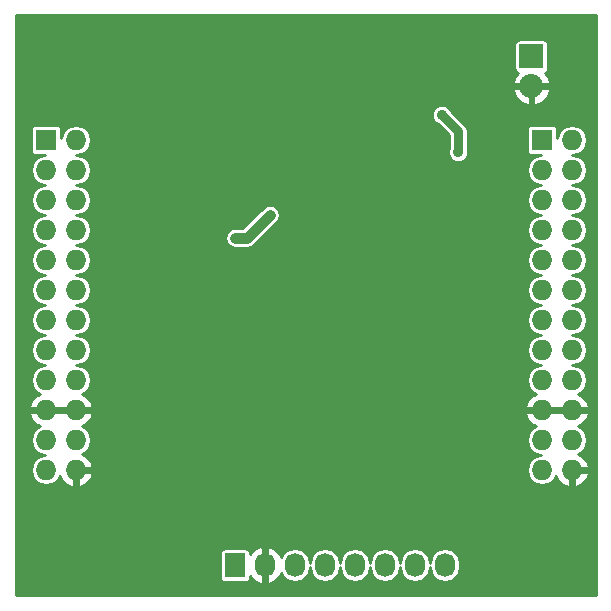
<source format=gbl>
G04 #@! TF.FileFunction,Copper,L2,Bot,Signal*
%FSLAX46Y46*%
G04 Gerber Fmt 4.6, Leading zero omitted, Abs format (unit mm)*
G04 Created by KiCad (PCBNEW (2015-01-16 BZR 5376)-product) date 23/07/2015 11:54:15*
%MOMM*%
G01*
G04 APERTURE LIST*
%ADD10C,0.100000*%
%ADD11R,2.032000X2.032000*%
%ADD12O,2.032000X2.032000*%
%ADD13R,1.727200X1.727200*%
%ADD14O,1.727200X1.727200*%
%ADD15R,1.727200X2.032000*%
%ADD16O,1.727200X2.032000*%
%ADD17C,0.889000*%
%ADD18C,0.635000*%
%ADD19C,6.000000*%
%ADD20C,0.762000*%
%ADD21C,0.180000*%
%ADD22C,0.508000*%
%ADD23C,0.381000*%
%ADD24C,0.889000*%
%ADD25C,0.220000*%
G04 APERTURE END LIST*
D10*
D11*
X144110000Y-83905000D03*
D12*
X144110000Y-86445000D03*
D13*
X103000000Y-91000000D03*
D14*
X105540000Y-91000000D03*
X103000000Y-93540000D03*
X105540000Y-93540000D03*
X103000000Y-96080000D03*
X105540000Y-96080000D03*
X103000000Y-98620000D03*
X105540000Y-98620000D03*
X103000000Y-101160000D03*
X105540000Y-101160000D03*
X103000000Y-103700000D03*
X105540000Y-103700000D03*
X103000000Y-106240000D03*
X105540000Y-106240000D03*
X103000000Y-108780000D03*
X105540000Y-108780000D03*
X103000000Y-111320000D03*
X105540000Y-111320000D03*
X103000000Y-113860000D03*
X105540000Y-113860000D03*
X103000000Y-116400000D03*
X105540000Y-116400000D03*
X103000000Y-118940000D03*
X105540000Y-118940000D03*
D13*
X145000000Y-91000000D03*
D14*
X147540000Y-91000000D03*
X145000000Y-93540000D03*
X147540000Y-93540000D03*
X145000000Y-96080000D03*
X147540000Y-96080000D03*
X145000000Y-98620000D03*
X147540000Y-98620000D03*
X145000000Y-101160000D03*
X147540000Y-101160000D03*
X145000000Y-103700000D03*
X147540000Y-103700000D03*
X145000000Y-106240000D03*
X147540000Y-106240000D03*
X145000000Y-108780000D03*
X147540000Y-108780000D03*
X145000000Y-111320000D03*
X147540000Y-111320000D03*
X145000000Y-113860000D03*
X147540000Y-113860000D03*
X145000000Y-116400000D03*
X147540000Y-116400000D03*
X145000000Y-118940000D03*
X147540000Y-118940000D03*
D15*
X119000000Y-127000000D03*
D16*
X121540000Y-127000000D03*
X124080000Y-127000000D03*
X126620000Y-127000000D03*
X129160000Y-127000000D03*
X131700000Y-127000000D03*
X134240000Y-127000000D03*
X136780000Y-127000000D03*
D17*
X136510000Y-88880000D03*
X137910000Y-92030000D03*
D18*
X125550000Y-123250000D03*
X120600000Y-84300000D03*
X125050000Y-88200000D03*
D19*
X104000000Y-126000000D03*
X104000000Y-84000000D03*
D17*
X114635000Y-87905000D03*
X116385000Y-99905000D03*
X132110000Y-105730000D03*
X135185000Y-98605000D03*
X137910000Y-94905000D03*
X131710000Y-92505000D03*
D18*
X126000000Y-97000000D03*
X135000000Y-96500000D03*
X119050000Y-99280000D03*
X121950000Y-97330000D03*
D20*
X137910000Y-90280000D02*
X137910000Y-92030000D01*
X136510000Y-88880000D02*
X137910000Y-90280000D01*
D21*
X125550000Y-123250000D02*
X132110000Y-116690000D01*
X132110000Y-116690000D02*
X132110000Y-105730000D01*
X120600000Y-84300000D02*
X124500000Y-88200000D01*
X125050000Y-88200000D02*
X126000000Y-89150000D01*
X126000000Y-89150000D02*
X126000000Y-97000000D01*
X125050000Y-88200000D02*
X124500000Y-88200000D01*
X104000000Y-126000000D02*
X104000000Y-125500000D01*
X104000000Y-84000000D02*
X107905000Y-87905000D01*
X107905000Y-87905000D02*
X114635000Y-87905000D01*
D22*
X132110000Y-105730000D02*
X132010000Y-105630000D01*
X132010000Y-105630000D02*
X132010000Y-105605000D01*
X135185000Y-98605000D02*
X135060000Y-98480000D01*
X135060000Y-98480000D02*
X135060000Y-98280000D01*
X137935000Y-95130000D02*
X137935000Y-95030000D01*
X137910000Y-95155000D02*
X137935000Y-95130000D01*
X137910000Y-94905000D02*
X137910000Y-95155000D01*
D23*
X131710000Y-92505000D02*
X131685000Y-92480000D01*
X131685000Y-92480000D02*
X131685000Y-92405000D01*
D21*
X131710000Y-92505000D02*
X130495000Y-92505000D01*
X130495000Y-92505000D02*
X126000000Y-97000000D01*
X134500000Y-97000000D02*
X126000000Y-97000000D01*
X135000000Y-96500000D02*
X134500000Y-97000000D01*
D24*
X120000000Y-99280000D02*
X119050000Y-99280000D01*
X121950000Y-97330000D02*
X120000000Y-99280000D01*
D25*
G36*
X149540000Y-129540000D02*
X148973905Y-129540000D01*
X148973905Y-119312903D01*
X148973905Y-118567097D01*
X148817615Y-118189752D01*
X148433255Y-117757939D01*
X148055012Y-117574865D01*
X148465522Y-117300571D01*
X148741604Y-116887386D01*
X148838551Y-116400000D01*
X148741604Y-115912614D01*
X148465522Y-115499429D01*
X148055012Y-115225134D01*
X148433255Y-115042061D01*
X148817615Y-114610248D01*
X148973905Y-114232903D01*
X148973905Y-113487097D01*
X148817615Y-113109752D01*
X148433255Y-112677939D01*
X148055012Y-112494865D01*
X148465522Y-112220571D01*
X148741604Y-111807386D01*
X148838551Y-111320000D01*
X148741604Y-110832614D01*
X148465522Y-110419429D01*
X148052337Y-110143347D01*
X147583049Y-110050000D01*
X148052337Y-109956653D01*
X148465522Y-109680571D01*
X148741604Y-109267386D01*
X148838551Y-108780000D01*
X148741604Y-108292614D01*
X148465522Y-107879429D01*
X148052337Y-107603347D01*
X147583049Y-107510000D01*
X148052337Y-107416653D01*
X148465522Y-107140571D01*
X148741604Y-106727386D01*
X148838551Y-106240000D01*
X148741604Y-105752614D01*
X148465522Y-105339429D01*
X148052337Y-105063347D01*
X147583049Y-104970000D01*
X148052337Y-104876653D01*
X148465522Y-104600571D01*
X148741604Y-104187386D01*
X148838551Y-103700000D01*
X148741604Y-103212614D01*
X148465522Y-102799429D01*
X148052337Y-102523347D01*
X147583049Y-102430000D01*
X148052337Y-102336653D01*
X148465522Y-102060571D01*
X148741604Y-101647386D01*
X148838551Y-101160000D01*
X148741604Y-100672614D01*
X148465522Y-100259429D01*
X148052337Y-99983347D01*
X147583049Y-99890000D01*
X148052337Y-99796653D01*
X148465522Y-99520571D01*
X148741604Y-99107386D01*
X148838551Y-98620000D01*
X148741604Y-98132614D01*
X148465522Y-97719429D01*
X148052337Y-97443347D01*
X147583049Y-97350000D01*
X148052337Y-97256653D01*
X148465522Y-96980571D01*
X148741604Y-96567386D01*
X148838551Y-96080000D01*
X148741604Y-95592614D01*
X148465522Y-95179429D01*
X148052337Y-94903347D01*
X147583049Y-94810000D01*
X148052337Y-94716653D01*
X148465522Y-94440571D01*
X148741604Y-94027386D01*
X148838551Y-93540000D01*
X148741604Y-93052614D01*
X148465522Y-92639429D01*
X148052337Y-92363347D01*
X147583049Y-92270000D01*
X148052337Y-92176653D01*
X148465522Y-91900571D01*
X148741604Y-91487386D01*
X148838551Y-91000000D01*
X148741604Y-90512614D01*
X148465522Y-90099429D01*
X148052337Y-89823347D01*
X147564951Y-89726400D01*
X147515049Y-89726400D01*
X147027663Y-89823347D01*
X146614478Y-90099429D01*
X146338396Y-90512614D01*
X146281632Y-90797986D01*
X146281632Y-90136400D01*
X146251300Y-89980068D01*
X146161043Y-89842667D01*
X146024785Y-89750692D01*
X145863600Y-89718368D01*
X145695076Y-89718368D01*
X145695076Y-86841846D01*
X145695076Y-86048154D01*
X145511439Y-85604789D01*
X145248897Y-85315187D01*
X145282332Y-85308700D01*
X145419733Y-85218443D01*
X145511708Y-85082185D01*
X145544032Y-84921000D01*
X145544032Y-82889000D01*
X145513700Y-82732668D01*
X145423443Y-82595267D01*
X145287185Y-82503292D01*
X145126000Y-82470968D01*
X143094000Y-82470968D01*
X142937668Y-82501300D01*
X142800267Y-82591557D01*
X142708292Y-82727815D01*
X142675968Y-82889000D01*
X142675968Y-84921000D01*
X142706300Y-85077332D01*
X142796557Y-85214733D01*
X142932815Y-85306708D01*
X142971716Y-85314509D01*
X142708561Y-85604789D01*
X142524924Y-86048154D01*
X142637524Y-86301000D01*
X143966000Y-86301000D01*
X143966000Y-86281000D01*
X144254000Y-86281000D01*
X144254000Y-86301000D01*
X145582476Y-86301000D01*
X145695076Y-86048154D01*
X145695076Y-86841846D01*
X145582476Y-86589000D01*
X144254000Y-86589000D01*
X144254000Y-87918152D01*
X144506848Y-88030086D01*
X145083226Y-87757561D01*
X145511439Y-87285211D01*
X145695076Y-86841846D01*
X145695076Y-89718368D01*
X144136400Y-89718368D01*
X143980068Y-89748700D01*
X143966000Y-89757941D01*
X143966000Y-87918152D01*
X143966000Y-86589000D01*
X142637524Y-86589000D01*
X142524924Y-86841846D01*
X142708561Y-87285211D01*
X143136774Y-87757561D01*
X143713152Y-88030086D01*
X143966000Y-87918152D01*
X143966000Y-89757941D01*
X143842667Y-89838957D01*
X143750692Y-89975215D01*
X143718368Y-90136400D01*
X143718368Y-91863600D01*
X143748700Y-92019932D01*
X143838957Y-92157333D01*
X143975215Y-92249308D01*
X144136400Y-92281632D01*
X144898472Y-92281632D01*
X144487663Y-92363347D01*
X144074478Y-92639429D01*
X143798396Y-93052614D01*
X143701449Y-93540000D01*
X143798396Y-94027386D01*
X144074478Y-94440571D01*
X144487663Y-94716653D01*
X144956950Y-94810000D01*
X144487663Y-94903347D01*
X144074478Y-95179429D01*
X143798396Y-95592614D01*
X143701449Y-96080000D01*
X143798396Y-96567386D01*
X144074478Y-96980571D01*
X144487663Y-97256653D01*
X144956950Y-97350000D01*
X144487663Y-97443347D01*
X144074478Y-97719429D01*
X143798396Y-98132614D01*
X143701449Y-98620000D01*
X143798396Y-99107386D01*
X144074478Y-99520571D01*
X144487663Y-99796653D01*
X144956950Y-99890000D01*
X144487663Y-99983347D01*
X144074478Y-100259429D01*
X143798396Y-100672614D01*
X143701449Y-101160000D01*
X143798396Y-101647386D01*
X144074478Y-102060571D01*
X144487663Y-102336653D01*
X144956950Y-102430000D01*
X144487663Y-102523347D01*
X144074478Y-102799429D01*
X143798396Y-103212614D01*
X143701449Y-103700000D01*
X143798396Y-104187386D01*
X144074478Y-104600571D01*
X144487663Y-104876653D01*
X144956950Y-104970000D01*
X144487663Y-105063347D01*
X144074478Y-105339429D01*
X143798396Y-105752614D01*
X143701449Y-106240000D01*
X143798396Y-106727386D01*
X144074478Y-107140571D01*
X144487663Y-107416653D01*
X144956950Y-107510000D01*
X144487663Y-107603347D01*
X144074478Y-107879429D01*
X143798396Y-108292614D01*
X143701449Y-108780000D01*
X143798396Y-109267386D01*
X144074478Y-109680571D01*
X144487663Y-109956653D01*
X144956950Y-110050000D01*
X144487663Y-110143347D01*
X144074478Y-110419429D01*
X143798396Y-110832614D01*
X143701449Y-111320000D01*
X143798396Y-111807386D01*
X144074478Y-112220571D01*
X144484987Y-112494865D01*
X144106745Y-112677939D01*
X143722385Y-113109752D01*
X143566095Y-113487097D01*
X143680736Y-113716000D01*
X144856000Y-113716000D01*
X144856000Y-113696000D01*
X145144000Y-113696000D01*
X145144000Y-113716000D01*
X146220736Y-113716000D01*
X146319264Y-113716000D01*
X147396000Y-113716000D01*
X147396000Y-113696000D01*
X147684000Y-113696000D01*
X147684000Y-113716000D01*
X148859264Y-113716000D01*
X148973905Y-113487097D01*
X148973905Y-114232903D01*
X148859264Y-114004000D01*
X147684000Y-114004000D01*
X147684000Y-114024000D01*
X147396000Y-114024000D01*
X147396000Y-114004000D01*
X146319264Y-114004000D01*
X146220736Y-114004000D01*
X145144000Y-114004000D01*
X145144000Y-114024000D01*
X144856000Y-114024000D01*
X144856000Y-114004000D01*
X143680736Y-114004000D01*
X143566095Y-114232903D01*
X143722385Y-114610248D01*
X144106745Y-115042061D01*
X144484987Y-115225134D01*
X144074478Y-115499429D01*
X143798396Y-115912614D01*
X143701449Y-116400000D01*
X143798396Y-116887386D01*
X144074478Y-117300571D01*
X144487663Y-117576653D01*
X144956950Y-117670000D01*
X144487663Y-117763347D01*
X144074478Y-118039429D01*
X143798396Y-118452614D01*
X143701449Y-118940000D01*
X143798396Y-119427386D01*
X144074478Y-119840571D01*
X144487663Y-120116653D01*
X144975049Y-120213600D01*
X145024951Y-120213600D01*
X145512337Y-120116653D01*
X145925522Y-119840571D01*
X146171915Y-119471818D01*
X146262385Y-119690248D01*
X146646745Y-120122061D01*
X147167095Y-120373916D01*
X147396000Y-120260097D01*
X147396000Y-119084000D01*
X147376000Y-119084000D01*
X147376000Y-118796000D01*
X147396000Y-118796000D01*
X147396000Y-118776000D01*
X147684000Y-118776000D01*
X147684000Y-118796000D01*
X148859264Y-118796000D01*
X148973905Y-118567097D01*
X148973905Y-119312903D01*
X148859264Y-119084000D01*
X147684000Y-119084000D01*
X147684000Y-120260097D01*
X147912905Y-120373916D01*
X148433255Y-120122061D01*
X148817615Y-119690248D01*
X148973905Y-119312903D01*
X148973905Y-129540000D01*
X138764648Y-129540000D01*
X138764648Y-91860775D01*
X138701000Y-91706734D01*
X138701000Y-90280000D01*
X138640789Y-89977297D01*
X138469321Y-89720679D01*
X137297918Y-88549276D01*
X137234833Y-88396597D01*
X136994668Y-88156012D01*
X136680716Y-88025648D01*
X136340775Y-88025352D01*
X136026597Y-88155167D01*
X135786012Y-88395332D01*
X135655648Y-88709284D01*
X135655352Y-89049225D01*
X135785167Y-89363403D01*
X136025332Y-89603988D01*
X136179264Y-89667906D01*
X137119000Y-90607642D01*
X137119000Y-91706715D01*
X137055648Y-91859284D01*
X137055352Y-92199225D01*
X137185167Y-92513403D01*
X137425332Y-92753988D01*
X137739284Y-92884352D01*
X138079225Y-92884648D01*
X138393403Y-92754833D01*
X138633988Y-92514668D01*
X138764352Y-92200716D01*
X138764648Y-91860775D01*
X138764648Y-129540000D01*
X138053600Y-129540000D01*
X138053600Y-127180337D01*
X138053600Y-126819663D01*
X137956653Y-126332277D01*
X137680571Y-125919092D01*
X137267386Y-125643010D01*
X136780000Y-125546063D01*
X136292614Y-125643010D01*
X135879429Y-125919092D01*
X135603347Y-126332277D01*
X135510000Y-126801564D01*
X135416653Y-126332277D01*
X135140571Y-125919092D01*
X134727386Y-125643010D01*
X134240000Y-125546063D01*
X133752614Y-125643010D01*
X133339429Y-125919092D01*
X133063347Y-126332277D01*
X132970000Y-126801564D01*
X132876653Y-126332277D01*
X132600571Y-125919092D01*
X132187386Y-125643010D01*
X131700000Y-125546063D01*
X131212614Y-125643010D01*
X130799429Y-125919092D01*
X130523347Y-126332277D01*
X130430000Y-126801564D01*
X130336653Y-126332277D01*
X130060571Y-125919092D01*
X129647386Y-125643010D01*
X129160000Y-125546063D01*
X128672614Y-125643010D01*
X128259429Y-125919092D01*
X127983347Y-126332277D01*
X127890000Y-126801564D01*
X127796653Y-126332277D01*
X127520571Y-125919092D01*
X127107386Y-125643010D01*
X126620000Y-125546063D01*
X126132614Y-125643010D01*
X125719429Y-125919092D01*
X125443347Y-126332277D01*
X125350000Y-126801564D01*
X125256653Y-126332277D01*
X124980571Y-125919092D01*
X124567386Y-125643010D01*
X124080000Y-125546063D01*
X123592614Y-125643010D01*
X123179429Y-125919092D01*
X122903347Y-126332277D01*
X122901915Y-126339473D01*
X122808008Y-126080415D01*
X122804500Y-126076576D01*
X122804500Y-97330000D01*
X122739455Y-97002997D01*
X122554222Y-96725778D01*
X122277003Y-96540545D01*
X121950000Y-96475500D01*
X121622997Y-96540545D01*
X121345777Y-96725778D01*
X119646054Y-98425500D01*
X119050000Y-98425500D01*
X118722997Y-98490545D01*
X118445777Y-98675777D01*
X118260545Y-98952997D01*
X118195500Y-99280000D01*
X118260545Y-99607003D01*
X118445777Y-99884223D01*
X118722997Y-100069455D01*
X119050000Y-100134500D01*
X120000000Y-100134500D01*
X120327003Y-100069455D01*
X120604223Y-99884223D01*
X122554222Y-97934223D01*
X122739455Y-97657003D01*
X122804500Y-97330000D01*
X122804500Y-126076576D01*
X122417898Y-125653568D01*
X121912903Y-125413695D01*
X121684000Y-125528336D01*
X121684000Y-126856000D01*
X121704000Y-126856000D01*
X121704000Y-127144000D01*
X121684000Y-127144000D01*
X121684000Y-128471664D01*
X121912903Y-128586305D01*
X122417898Y-128346432D01*
X122808008Y-127919585D01*
X122901915Y-127660526D01*
X122903347Y-127667723D01*
X123179429Y-128080908D01*
X123592614Y-128356990D01*
X124080000Y-128453937D01*
X124567386Y-128356990D01*
X124980571Y-128080908D01*
X125256653Y-127667723D01*
X125350000Y-127198435D01*
X125443347Y-127667723D01*
X125719429Y-128080908D01*
X126132614Y-128356990D01*
X126620000Y-128453937D01*
X127107386Y-128356990D01*
X127520571Y-128080908D01*
X127796653Y-127667723D01*
X127890000Y-127198435D01*
X127983347Y-127667723D01*
X128259429Y-128080908D01*
X128672614Y-128356990D01*
X129160000Y-128453937D01*
X129647386Y-128356990D01*
X130060571Y-128080908D01*
X130336653Y-127667723D01*
X130430000Y-127198435D01*
X130523347Y-127667723D01*
X130799429Y-128080908D01*
X131212614Y-128356990D01*
X131700000Y-128453937D01*
X132187386Y-128356990D01*
X132600571Y-128080908D01*
X132876653Y-127667723D01*
X132970000Y-127198435D01*
X133063347Y-127667723D01*
X133339429Y-128080908D01*
X133752614Y-128356990D01*
X134240000Y-128453937D01*
X134727386Y-128356990D01*
X135140571Y-128080908D01*
X135416653Y-127667723D01*
X135510000Y-127198435D01*
X135603347Y-127667723D01*
X135879429Y-128080908D01*
X136292614Y-128356990D01*
X136780000Y-128453937D01*
X137267386Y-128356990D01*
X137680571Y-128080908D01*
X137956653Y-127667723D01*
X138053600Y-127180337D01*
X138053600Y-129540000D01*
X121396000Y-129540000D01*
X121396000Y-128471664D01*
X121396000Y-127144000D01*
X121376000Y-127144000D01*
X121376000Y-126856000D01*
X121396000Y-126856000D01*
X121396000Y-125528336D01*
X121167097Y-125413695D01*
X120662102Y-125653568D01*
X120281632Y-126069867D01*
X120281632Y-125984000D01*
X120251300Y-125827668D01*
X120161043Y-125690267D01*
X120024785Y-125598292D01*
X119863600Y-125565968D01*
X118136400Y-125565968D01*
X117980068Y-125596300D01*
X117842667Y-125686557D01*
X117750692Y-125822815D01*
X117718368Y-125984000D01*
X117718368Y-128016000D01*
X117748700Y-128172332D01*
X117838957Y-128309733D01*
X117975215Y-128401708D01*
X118136400Y-128434032D01*
X119863600Y-128434032D01*
X120019932Y-128403700D01*
X120157333Y-128313443D01*
X120249308Y-128177185D01*
X120281632Y-128016000D01*
X120281632Y-127930132D01*
X120662102Y-128346432D01*
X121167097Y-128586305D01*
X121396000Y-128471664D01*
X121396000Y-129540000D01*
X106973905Y-129540000D01*
X106973905Y-119312903D01*
X106973905Y-118567097D01*
X106817615Y-118189752D01*
X106433255Y-117757939D01*
X106055012Y-117574865D01*
X106465522Y-117300571D01*
X106741604Y-116887386D01*
X106838551Y-116400000D01*
X106741604Y-115912614D01*
X106465522Y-115499429D01*
X106055012Y-115225134D01*
X106433255Y-115042061D01*
X106817615Y-114610248D01*
X106973905Y-114232903D01*
X106973905Y-113487097D01*
X106817615Y-113109752D01*
X106433255Y-112677939D01*
X106055012Y-112494865D01*
X106465522Y-112220571D01*
X106741604Y-111807386D01*
X106838551Y-111320000D01*
X106741604Y-110832614D01*
X106465522Y-110419429D01*
X106052337Y-110143347D01*
X105583049Y-110050000D01*
X106052337Y-109956653D01*
X106465522Y-109680571D01*
X106741604Y-109267386D01*
X106838551Y-108780000D01*
X106741604Y-108292614D01*
X106465522Y-107879429D01*
X106052337Y-107603347D01*
X105583049Y-107510000D01*
X106052337Y-107416653D01*
X106465522Y-107140571D01*
X106741604Y-106727386D01*
X106838551Y-106240000D01*
X106741604Y-105752614D01*
X106465522Y-105339429D01*
X106052337Y-105063347D01*
X105583049Y-104970000D01*
X106052337Y-104876653D01*
X106465522Y-104600571D01*
X106741604Y-104187386D01*
X106838551Y-103700000D01*
X106741604Y-103212614D01*
X106465522Y-102799429D01*
X106052337Y-102523347D01*
X105583049Y-102430000D01*
X106052337Y-102336653D01*
X106465522Y-102060571D01*
X106741604Y-101647386D01*
X106838551Y-101160000D01*
X106741604Y-100672614D01*
X106465522Y-100259429D01*
X106052337Y-99983347D01*
X105583049Y-99890000D01*
X106052337Y-99796653D01*
X106465522Y-99520571D01*
X106741604Y-99107386D01*
X106838551Y-98620000D01*
X106741604Y-98132614D01*
X106465522Y-97719429D01*
X106052337Y-97443347D01*
X105583049Y-97350000D01*
X106052337Y-97256653D01*
X106465522Y-96980571D01*
X106741604Y-96567386D01*
X106838551Y-96080000D01*
X106741604Y-95592614D01*
X106465522Y-95179429D01*
X106052337Y-94903347D01*
X105583049Y-94810000D01*
X106052337Y-94716653D01*
X106465522Y-94440571D01*
X106741604Y-94027386D01*
X106838551Y-93540000D01*
X106741604Y-93052614D01*
X106465522Y-92639429D01*
X106052337Y-92363347D01*
X105583049Y-92270000D01*
X106052337Y-92176653D01*
X106465522Y-91900571D01*
X106741604Y-91487386D01*
X106838551Y-91000000D01*
X106741604Y-90512614D01*
X106465522Y-90099429D01*
X106052337Y-89823347D01*
X105564951Y-89726400D01*
X105515049Y-89726400D01*
X105027663Y-89823347D01*
X104614478Y-90099429D01*
X104338396Y-90512614D01*
X104281632Y-90797986D01*
X104281632Y-90136400D01*
X104251300Y-89980068D01*
X104161043Y-89842667D01*
X104024785Y-89750692D01*
X103863600Y-89718368D01*
X102136400Y-89718368D01*
X101980068Y-89748700D01*
X101842667Y-89838957D01*
X101750692Y-89975215D01*
X101718368Y-90136400D01*
X101718368Y-91863600D01*
X101748700Y-92019932D01*
X101838957Y-92157333D01*
X101975215Y-92249308D01*
X102136400Y-92281632D01*
X102898472Y-92281632D01*
X102487663Y-92363347D01*
X102074478Y-92639429D01*
X101798396Y-93052614D01*
X101701449Y-93540000D01*
X101798396Y-94027386D01*
X102074478Y-94440571D01*
X102487663Y-94716653D01*
X102956950Y-94810000D01*
X102487663Y-94903347D01*
X102074478Y-95179429D01*
X101798396Y-95592614D01*
X101701449Y-96080000D01*
X101798396Y-96567386D01*
X102074478Y-96980571D01*
X102487663Y-97256653D01*
X102956950Y-97350000D01*
X102487663Y-97443347D01*
X102074478Y-97719429D01*
X101798396Y-98132614D01*
X101701449Y-98620000D01*
X101798396Y-99107386D01*
X102074478Y-99520571D01*
X102487663Y-99796653D01*
X102956950Y-99890000D01*
X102487663Y-99983347D01*
X102074478Y-100259429D01*
X101798396Y-100672614D01*
X101701449Y-101160000D01*
X101798396Y-101647386D01*
X102074478Y-102060571D01*
X102487663Y-102336653D01*
X102956950Y-102430000D01*
X102487663Y-102523347D01*
X102074478Y-102799429D01*
X101798396Y-103212614D01*
X101701449Y-103700000D01*
X101798396Y-104187386D01*
X102074478Y-104600571D01*
X102487663Y-104876653D01*
X102956950Y-104970000D01*
X102487663Y-105063347D01*
X102074478Y-105339429D01*
X101798396Y-105752614D01*
X101701449Y-106240000D01*
X101798396Y-106727386D01*
X102074478Y-107140571D01*
X102487663Y-107416653D01*
X102956950Y-107510000D01*
X102487663Y-107603347D01*
X102074478Y-107879429D01*
X101798396Y-108292614D01*
X101701449Y-108780000D01*
X101798396Y-109267386D01*
X102074478Y-109680571D01*
X102487663Y-109956653D01*
X102956950Y-110050000D01*
X102487663Y-110143347D01*
X102074478Y-110419429D01*
X101798396Y-110832614D01*
X101701449Y-111320000D01*
X101798396Y-111807386D01*
X102074478Y-112220571D01*
X102484987Y-112494865D01*
X102106745Y-112677939D01*
X101722385Y-113109752D01*
X101566095Y-113487097D01*
X101680736Y-113716000D01*
X102856000Y-113716000D01*
X102856000Y-113696000D01*
X103144000Y-113696000D01*
X103144000Y-113716000D01*
X104220736Y-113716000D01*
X104319264Y-113716000D01*
X105396000Y-113716000D01*
X105396000Y-113696000D01*
X105684000Y-113696000D01*
X105684000Y-113716000D01*
X106859264Y-113716000D01*
X106973905Y-113487097D01*
X106973905Y-114232903D01*
X106859264Y-114004000D01*
X105684000Y-114004000D01*
X105684000Y-114024000D01*
X105396000Y-114024000D01*
X105396000Y-114004000D01*
X104319264Y-114004000D01*
X104220736Y-114004000D01*
X103144000Y-114004000D01*
X103144000Y-114024000D01*
X102856000Y-114024000D01*
X102856000Y-114004000D01*
X101680736Y-114004000D01*
X101566095Y-114232903D01*
X101722385Y-114610248D01*
X102106745Y-115042061D01*
X102484987Y-115225134D01*
X102074478Y-115499429D01*
X101798396Y-115912614D01*
X101701449Y-116400000D01*
X101798396Y-116887386D01*
X102074478Y-117300571D01*
X102487663Y-117576653D01*
X102956950Y-117670000D01*
X102487663Y-117763347D01*
X102074478Y-118039429D01*
X101798396Y-118452614D01*
X101701449Y-118940000D01*
X101798396Y-119427386D01*
X102074478Y-119840571D01*
X102487663Y-120116653D01*
X102975049Y-120213600D01*
X103024951Y-120213600D01*
X103512337Y-120116653D01*
X103925522Y-119840571D01*
X104171915Y-119471818D01*
X104262385Y-119690248D01*
X104646745Y-120122061D01*
X105167095Y-120373916D01*
X105396000Y-120260097D01*
X105396000Y-119084000D01*
X105376000Y-119084000D01*
X105376000Y-118796000D01*
X105396000Y-118796000D01*
X105396000Y-118776000D01*
X105684000Y-118776000D01*
X105684000Y-118796000D01*
X106859264Y-118796000D01*
X106973905Y-118567097D01*
X106973905Y-119312903D01*
X106859264Y-119084000D01*
X105684000Y-119084000D01*
X105684000Y-120260097D01*
X105912905Y-120373916D01*
X106433255Y-120122061D01*
X106817615Y-119690248D01*
X106973905Y-119312903D01*
X106973905Y-129540000D01*
X100460000Y-129540000D01*
X100460000Y-80460000D01*
X149540000Y-80460000D01*
X149540000Y-129540000D01*
X149540000Y-129540000D01*
G37*
X149540000Y-129540000D02*
X148973905Y-129540000D01*
X148973905Y-119312903D01*
X148973905Y-118567097D01*
X148817615Y-118189752D01*
X148433255Y-117757939D01*
X148055012Y-117574865D01*
X148465522Y-117300571D01*
X148741604Y-116887386D01*
X148838551Y-116400000D01*
X148741604Y-115912614D01*
X148465522Y-115499429D01*
X148055012Y-115225134D01*
X148433255Y-115042061D01*
X148817615Y-114610248D01*
X148973905Y-114232903D01*
X148973905Y-113487097D01*
X148817615Y-113109752D01*
X148433255Y-112677939D01*
X148055012Y-112494865D01*
X148465522Y-112220571D01*
X148741604Y-111807386D01*
X148838551Y-111320000D01*
X148741604Y-110832614D01*
X148465522Y-110419429D01*
X148052337Y-110143347D01*
X147583049Y-110050000D01*
X148052337Y-109956653D01*
X148465522Y-109680571D01*
X148741604Y-109267386D01*
X148838551Y-108780000D01*
X148741604Y-108292614D01*
X148465522Y-107879429D01*
X148052337Y-107603347D01*
X147583049Y-107510000D01*
X148052337Y-107416653D01*
X148465522Y-107140571D01*
X148741604Y-106727386D01*
X148838551Y-106240000D01*
X148741604Y-105752614D01*
X148465522Y-105339429D01*
X148052337Y-105063347D01*
X147583049Y-104970000D01*
X148052337Y-104876653D01*
X148465522Y-104600571D01*
X148741604Y-104187386D01*
X148838551Y-103700000D01*
X148741604Y-103212614D01*
X148465522Y-102799429D01*
X148052337Y-102523347D01*
X147583049Y-102430000D01*
X148052337Y-102336653D01*
X148465522Y-102060571D01*
X148741604Y-101647386D01*
X148838551Y-101160000D01*
X148741604Y-100672614D01*
X148465522Y-100259429D01*
X148052337Y-99983347D01*
X147583049Y-99890000D01*
X148052337Y-99796653D01*
X148465522Y-99520571D01*
X148741604Y-99107386D01*
X148838551Y-98620000D01*
X148741604Y-98132614D01*
X148465522Y-97719429D01*
X148052337Y-97443347D01*
X147583049Y-97350000D01*
X148052337Y-97256653D01*
X148465522Y-96980571D01*
X148741604Y-96567386D01*
X148838551Y-96080000D01*
X148741604Y-95592614D01*
X148465522Y-95179429D01*
X148052337Y-94903347D01*
X147583049Y-94810000D01*
X148052337Y-94716653D01*
X148465522Y-94440571D01*
X148741604Y-94027386D01*
X148838551Y-93540000D01*
X148741604Y-93052614D01*
X148465522Y-92639429D01*
X148052337Y-92363347D01*
X147583049Y-92270000D01*
X148052337Y-92176653D01*
X148465522Y-91900571D01*
X148741604Y-91487386D01*
X148838551Y-91000000D01*
X148741604Y-90512614D01*
X148465522Y-90099429D01*
X148052337Y-89823347D01*
X147564951Y-89726400D01*
X147515049Y-89726400D01*
X147027663Y-89823347D01*
X146614478Y-90099429D01*
X146338396Y-90512614D01*
X146281632Y-90797986D01*
X146281632Y-90136400D01*
X146251300Y-89980068D01*
X146161043Y-89842667D01*
X146024785Y-89750692D01*
X145863600Y-89718368D01*
X145695076Y-89718368D01*
X145695076Y-86841846D01*
X145695076Y-86048154D01*
X145511439Y-85604789D01*
X145248897Y-85315187D01*
X145282332Y-85308700D01*
X145419733Y-85218443D01*
X145511708Y-85082185D01*
X145544032Y-84921000D01*
X145544032Y-82889000D01*
X145513700Y-82732668D01*
X145423443Y-82595267D01*
X145287185Y-82503292D01*
X145126000Y-82470968D01*
X143094000Y-82470968D01*
X142937668Y-82501300D01*
X142800267Y-82591557D01*
X142708292Y-82727815D01*
X142675968Y-82889000D01*
X142675968Y-84921000D01*
X142706300Y-85077332D01*
X142796557Y-85214733D01*
X142932815Y-85306708D01*
X142971716Y-85314509D01*
X142708561Y-85604789D01*
X142524924Y-86048154D01*
X142637524Y-86301000D01*
X143966000Y-86301000D01*
X143966000Y-86281000D01*
X144254000Y-86281000D01*
X144254000Y-86301000D01*
X145582476Y-86301000D01*
X145695076Y-86048154D01*
X145695076Y-86841846D01*
X145582476Y-86589000D01*
X144254000Y-86589000D01*
X144254000Y-87918152D01*
X144506848Y-88030086D01*
X145083226Y-87757561D01*
X145511439Y-87285211D01*
X145695076Y-86841846D01*
X145695076Y-89718368D01*
X144136400Y-89718368D01*
X143980068Y-89748700D01*
X143966000Y-89757941D01*
X143966000Y-87918152D01*
X143966000Y-86589000D01*
X142637524Y-86589000D01*
X142524924Y-86841846D01*
X142708561Y-87285211D01*
X143136774Y-87757561D01*
X143713152Y-88030086D01*
X143966000Y-87918152D01*
X143966000Y-89757941D01*
X143842667Y-89838957D01*
X143750692Y-89975215D01*
X143718368Y-90136400D01*
X143718368Y-91863600D01*
X143748700Y-92019932D01*
X143838957Y-92157333D01*
X143975215Y-92249308D01*
X144136400Y-92281632D01*
X144898472Y-92281632D01*
X144487663Y-92363347D01*
X144074478Y-92639429D01*
X143798396Y-93052614D01*
X143701449Y-93540000D01*
X143798396Y-94027386D01*
X144074478Y-94440571D01*
X144487663Y-94716653D01*
X144956950Y-94810000D01*
X144487663Y-94903347D01*
X144074478Y-95179429D01*
X143798396Y-95592614D01*
X143701449Y-96080000D01*
X143798396Y-96567386D01*
X144074478Y-96980571D01*
X144487663Y-97256653D01*
X144956950Y-97350000D01*
X144487663Y-97443347D01*
X144074478Y-97719429D01*
X143798396Y-98132614D01*
X143701449Y-98620000D01*
X143798396Y-99107386D01*
X144074478Y-99520571D01*
X144487663Y-99796653D01*
X144956950Y-99890000D01*
X144487663Y-99983347D01*
X144074478Y-100259429D01*
X143798396Y-100672614D01*
X143701449Y-101160000D01*
X143798396Y-101647386D01*
X144074478Y-102060571D01*
X144487663Y-102336653D01*
X144956950Y-102430000D01*
X144487663Y-102523347D01*
X144074478Y-102799429D01*
X143798396Y-103212614D01*
X143701449Y-103700000D01*
X143798396Y-104187386D01*
X144074478Y-104600571D01*
X144487663Y-104876653D01*
X144956950Y-104970000D01*
X144487663Y-105063347D01*
X144074478Y-105339429D01*
X143798396Y-105752614D01*
X143701449Y-106240000D01*
X143798396Y-106727386D01*
X144074478Y-107140571D01*
X144487663Y-107416653D01*
X144956950Y-107510000D01*
X144487663Y-107603347D01*
X144074478Y-107879429D01*
X143798396Y-108292614D01*
X143701449Y-108780000D01*
X143798396Y-109267386D01*
X144074478Y-109680571D01*
X144487663Y-109956653D01*
X144956950Y-110050000D01*
X144487663Y-110143347D01*
X144074478Y-110419429D01*
X143798396Y-110832614D01*
X143701449Y-111320000D01*
X143798396Y-111807386D01*
X144074478Y-112220571D01*
X144484987Y-112494865D01*
X144106745Y-112677939D01*
X143722385Y-113109752D01*
X143566095Y-113487097D01*
X143680736Y-113716000D01*
X144856000Y-113716000D01*
X144856000Y-113696000D01*
X145144000Y-113696000D01*
X145144000Y-113716000D01*
X146220736Y-113716000D01*
X146319264Y-113716000D01*
X147396000Y-113716000D01*
X147396000Y-113696000D01*
X147684000Y-113696000D01*
X147684000Y-113716000D01*
X148859264Y-113716000D01*
X148973905Y-113487097D01*
X148973905Y-114232903D01*
X148859264Y-114004000D01*
X147684000Y-114004000D01*
X147684000Y-114024000D01*
X147396000Y-114024000D01*
X147396000Y-114004000D01*
X146319264Y-114004000D01*
X146220736Y-114004000D01*
X145144000Y-114004000D01*
X145144000Y-114024000D01*
X144856000Y-114024000D01*
X144856000Y-114004000D01*
X143680736Y-114004000D01*
X143566095Y-114232903D01*
X143722385Y-114610248D01*
X144106745Y-115042061D01*
X144484987Y-115225134D01*
X144074478Y-115499429D01*
X143798396Y-115912614D01*
X143701449Y-116400000D01*
X143798396Y-116887386D01*
X144074478Y-117300571D01*
X144487663Y-117576653D01*
X144956950Y-117670000D01*
X144487663Y-117763347D01*
X144074478Y-118039429D01*
X143798396Y-118452614D01*
X143701449Y-118940000D01*
X143798396Y-119427386D01*
X144074478Y-119840571D01*
X144487663Y-120116653D01*
X144975049Y-120213600D01*
X145024951Y-120213600D01*
X145512337Y-120116653D01*
X145925522Y-119840571D01*
X146171915Y-119471818D01*
X146262385Y-119690248D01*
X146646745Y-120122061D01*
X147167095Y-120373916D01*
X147396000Y-120260097D01*
X147396000Y-119084000D01*
X147376000Y-119084000D01*
X147376000Y-118796000D01*
X147396000Y-118796000D01*
X147396000Y-118776000D01*
X147684000Y-118776000D01*
X147684000Y-118796000D01*
X148859264Y-118796000D01*
X148973905Y-118567097D01*
X148973905Y-119312903D01*
X148859264Y-119084000D01*
X147684000Y-119084000D01*
X147684000Y-120260097D01*
X147912905Y-120373916D01*
X148433255Y-120122061D01*
X148817615Y-119690248D01*
X148973905Y-119312903D01*
X148973905Y-129540000D01*
X138764648Y-129540000D01*
X138764648Y-91860775D01*
X138701000Y-91706734D01*
X138701000Y-90280000D01*
X138640789Y-89977297D01*
X138469321Y-89720679D01*
X137297918Y-88549276D01*
X137234833Y-88396597D01*
X136994668Y-88156012D01*
X136680716Y-88025648D01*
X136340775Y-88025352D01*
X136026597Y-88155167D01*
X135786012Y-88395332D01*
X135655648Y-88709284D01*
X135655352Y-89049225D01*
X135785167Y-89363403D01*
X136025332Y-89603988D01*
X136179264Y-89667906D01*
X137119000Y-90607642D01*
X137119000Y-91706715D01*
X137055648Y-91859284D01*
X137055352Y-92199225D01*
X137185167Y-92513403D01*
X137425332Y-92753988D01*
X137739284Y-92884352D01*
X138079225Y-92884648D01*
X138393403Y-92754833D01*
X138633988Y-92514668D01*
X138764352Y-92200716D01*
X138764648Y-91860775D01*
X138764648Y-129540000D01*
X138053600Y-129540000D01*
X138053600Y-127180337D01*
X138053600Y-126819663D01*
X137956653Y-126332277D01*
X137680571Y-125919092D01*
X137267386Y-125643010D01*
X136780000Y-125546063D01*
X136292614Y-125643010D01*
X135879429Y-125919092D01*
X135603347Y-126332277D01*
X135510000Y-126801564D01*
X135416653Y-126332277D01*
X135140571Y-125919092D01*
X134727386Y-125643010D01*
X134240000Y-125546063D01*
X133752614Y-125643010D01*
X133339429Y-125919092D01*
X133063347Y-126332277D01*
X132970000Y-126801564D01*
X132876653Y-126332277D01*
X132600571Y-125919092D01*
X132187386Y-125643010D01*
X131700000Y-125546063D01*
X131212614Y-125643010D01*
X130799429Y-125919092D01*
X130523347Y-126332277D01*
X130430000Y-126801564D01*
X130336653Y-126332277D01*
X130060571Y-125919092D01*
X129647386Y-125643010D01*
X129160000Y-125546063D01*
X128672614Y-125643010D01*
X128259429Y-125919092D01*
X127983347Y-126332277D01*
X127890000Y-126801564D01*
X127796653Y-126332277D01*
X127520571Y-125919092D01*
X127107386Y-125643010D01*
X126620000Y-125546063D01*
X126132614Y-125643010D01*
X125719429Y-125919092D01*
X125443347Y-126332277D01*
X125350000Y-126801564D01*
X125256653Y-126332277D01*
X124980571Y-125919092D01*
X124567386Y-125643010D01*
X124080000Y-125546063D01*
X123592614Y-125643010D01*
X123179429Y-125919092D01*
X122903347Y-126332277D01*
X122901915Y-126339473D01*
X122808008Y-126080415D01*
X122804500Y-126076576D01*
X122804500Y-97330000D01*
X122739455Y-97002997D01*
X122554222Y-96725778D01*
X122277003Y-96540545D01*
X121950000Y-96475500D01*
X121622997Y-96540545D01*
X121345777Y-96725778D01*
X119646054Y-98425500D01*
X119050000Y-98425500D01*
X118722997Y-98490545D01*
X118445777Y-98675777D01*
X118260545Y-98952997D01*
X118195500Y-99280000D01*
X118260545Y-99607003D01*
X118445777Y-99884223D01*
X118722997Y-100069455D01*
X119050000Y-100134500D01*
X120000000Y-100134500D01*
X120327003Y-100069455D01*
X120604223Y-99884223D01*
X122554222Y-97934223D01*
X122739455Y-97657003D01*
X122804500Y-97330000D01*
X122804500Y-126076576D01*
X122417898Y-125653568D01*
X121912903Y-125413695D01*
X121684000Y-125528336D01*
X121684000Y-126856000D01*
X121704000Y-126856000D01*
X121704000Y-127144000D01*
X121684000Y-127144000D01*
X121684000Y-128471664D01*
X121912903Y-128586305D01*
X122417898Y-128346432D01*
X122808008Y-127919585D01*
X122901915Y-127660526D01*
X122903347Y-127667723D01*
X123179429Y-128080908D01*
X123592614Y-128356990D01*
X124080000Y-128453937D01*
X124567386Y-128356990D01*
X124980571Y-128080908D01*
X125256653Y-127667723D01*
X125350000Y-127198435D01*
X125443347Y-127667723D01*
X125719429Y-128080908D01*
X126132614Y-128356990D01*
X126620000Y-128453937D01*
X127107386Y-128356990D01*
X127520571Y-128080908D01*
X127796653Y-127667723D01*
X127890000Y-127198435D01*
X127983347Y-127667723D01*
X128259429Y-128080908D01*
X128672614Y-128356990D01*
X129160000Y-128453937D01*
X129647386Y-128356990D01*
X130060571Y-128080908D01*
X130336653Y-127667723D01*
X130430000Y-127198435D01*
X130523347Y-127667723D01*
X130799429Y-128080908D01*
X131212614Y-128356990D01*
X131700000Y-128453937D01*
X132187386Y-128356990D01*
X132600571Y-128080908D01*
X132876653Y-127667723D01*
X132970000Y-127198435D01*
X133063347Y-127667723D01*
X133339429Y-128080908D01*
X133752614Y-128356990D01*
X134240000Y-128453937D01*
X134727386Y-128356990D01*
X135140571Y-128080908D01*
X135416653Y-127667723D01*
X135510000Y-127198435D01*
X135603347Y-127667723D01*
X135879429Y-128080908D01*
X136292614Y-128356990D01*
X136780000Y-128453937D01*
X137267386Y-128356990D01*
X137680571Y-128080908D01*
X137956653Y-127667723D01*
X138053600Y-127180337D01*
X138053600Y-129540000D01*
X121396000Y-129540000D01*
X121396000Y-128471664D01*
X121396000Y-127144000D01*
X121376000Y-127144000D01*
X121376000Y-126856000D01*
X121396000Y-126856000D01*
X121396000Y-125528336D01*
X121167097Y-125413695D01*
X120662102Y-125653568D01*
X120281632Y-126069867D01*
X120281632Y-125984000D01*
X120251300Y-125827668D01*
X120161043Y-125690267D01*
X120024785Y-125598292D01*
X119863600Y-125565968D01*
X118136400Y-125565968D01*
X117980068Y-125596300D01*
X117842667Y-125686557D01*
X117750692Y-125822815D01*
X117718368Y-125984000D01*
X117718368Y-128016000D01*
X117748700Y-128172332D01*
X117838957Y-128309733D01*
X117975215Y-128401708D01*
X118136400Y-128434032D01*
X119863600Y-128434032D01*
X120019932Y-128403700D01*
X120157333Y-128313443D01*
X120249308Y-128177185D01*
X120281632Y-128016000D01*
X120281632Y-127930132D01*
X120662102Y-128346432D01*
X121167097Y-128586305D01*
X121396000Y-128471664D01*
X121396000Y-129540000D01*
X106973905Y-129540000D01*
X106973905Y-119312903D01*
X106973905Y-118567097D01*
X106817615Y-118189752D01*
X106433255Y-117757939D01*
X106055012Y-117574865D01*
X106465522Y-117300571D01*
X106741604Y-116887386D01*
X106838551Y-116400000D01*
X106741604Y-115912614D01*
X106465522Y-115499429D01*
X106055012Y-115225134D01*
X106433255Y-115042061D01*
X106817615Y-114610248D01*
X106973905Y-114232903D01*
X106973905Y-113487097D01*
X106817615Y-113109752D01*
X106433255Y-112677939D01*
X106055012Y-112494865D01*
X106465522Y-112220571D01*
X106741604Y-111807386D01*
X106838551Y-111320000D01*
X106741604Y-110832614D01*
X106465522Y-110419429D01*
X106052337Y-110143347D01*
X105583049Y-110050000D01*
X106052337Y-109956653D01*
X106465522Y-109680571D01*
X106741604Y-109267386D01*
X106838551Y-108780000D01*
X106741604Y-108292614D01*
X106465522Y-107879429D01*
X106052337Y-107603347D01*
X105583049Y-107510000D01*
X106052337Y-107416653D01*
X106465522Y-107140571D01*
X106741604Y-106727386D01*
X106838551Y-106240000D01*
X106741604Y-105752614D01*
X106465522Y-105339429D01*
X106052337Y-105063347D01*
X105583049Y-104970000D01*
X106052337Y-104876653D01*
X106465522Y-104600571D01*
X106741604Y-104187386D01*
X106838551Y-103700000D01*
X106741604Y-103212614D01*
X106465522Y-102799429D01*
X106052337Y-102523347D01*
X105583049Y-102430000D01*
X106052337Y-102336653D01*
X106465522Y-102060571D01*
X106741604Y-101647386D01*
X106838551Y-101160000D01*
X106741604Y-100672614D01*
X106465522Y-100259429D01*
X106052337Y-99983347D01*
X105583049Y-99890000D01*
X106052337Y-99796653D01*
X106465522Y-99520571D01*
X106741604Y-99107386D01*
X106838551Y-98620000D01*
X106741604Y-98132614D01*
X106465522Y-97719429D01*
X106052337Y-97443347D01*
X105583049Y-97350000D01*
X106052337Y-97256653D01*
X106465522Y-96980571D01*
X106741604Y-96567386D01*
X106838551Y-96080000D01*
X106741604Y-95592614D01*
X106465522Y-95179429D01*
X106052337Y-94903347D01*
X105583049Y-94810000D01*
X106052337Y-94716653D01*
X106465522Y-94440571D01*
X106741604Y-94027386D01*
X106838551Y-93540000D01*
X106741604Y-93052614D01*
X106465522Y-92639429D01*
X106052337Y-92363347D01*
X105583049Y-92270000D01*
X106052337Y-92176653D01*
X106465522Y-91900571D01*
X106741604Y-91487386D01*
X106838551Y-91000000D01*
X106741604Y-90512614D01*
X106465522Y-90099429D01*
X106052337Y-89823347D01*
X105564951Y-89726400D01*
X105515049Y-89726400D01*
X105027663Y-89823347D01*
X104614478Y-90099429D01*
X104338396Y-90512614D01*
X104281632Y-90797986D01*
X104281632Y-90136400D01*
X104251300Y-89980068D01*
X104161043Y-89842667D01*
X104024785Y-89750692D01*
X103863600Y-89718368D01*
X102136400Y-89718368D01*
X101980068Y-89748700D01*
X101842667Y-89838957D01*
X101750692Y-89975215D01*
X101718368Y-90136400D01*
X101718368Y-91863600D01*
X101748700Y-92019932D01*
X101838957Y-92157333D01*
X101975215Y-92249308D01*
X102136400Y-92281632D01*
X102898472Y-92281632D01*
X102487663Y-92363347D01*
X102074478Y-92639429D01*
X101798396Y-93052614D01*
X101701449Y-93540000D01*
X101798396Y-94027386D01*
X102074478Y-94440571D01*
X102487663Y-94716653D01*
X102956950Y-94810000D01*
X102487663Y-94903347D01*
X102074478Y-95179429D01*
X101798396Y-95592614D01*
X101701449Y-96080000D01*
X101798396Y-96567386D01*
X102074478Y-96980571D01*
X102487663Y-97256653D01*
X102956950Y-97350000D01*
X102487663Y-97443347D01*
X102074478Y-97719429D01*
X101798396Y-98132614D01*
X101701449Y-98620000D01*
X101798396Y-99107386D01*
X102074478Y-99520571D01*
X102487663Y-99796653D01*
X102956950Y-99890000D01*
X102487663Y-99983347D01*
X102074478Y-100259429D01*
X101798396Y-100672614D01*
X101701449Y-101160000D01*
X101798396Y-101647386D01*
X102074478Y-102060571D01*
X102487663Y-102336653D01*
X102956950Y-102430000D01*
X102487663Y-102523347D01*
X102074478Y-102799429D01*
X101798396Y-103212614D01*
X101701449Y-103700000D01*
X101798396Y-104187386D01*
X102074478Y-104600571D01*
X102487663Y-104876653D01*
X102956950Y-104970000D01*
X102487663Y-105063347D01*
X102074478Y-105339429D01*
X101798396Y-105752614D01*
X101701449Y-106240000D01*
X101798396Y-106727386D01*
X102074478Y-107140571D01*
X102487663Y-107416653D01*
X102956950Y-107510000D01*
X102487663Y-107603347D01*
X102074478Y-107879429D01*
X101798396Y-108292614D01*
X101701449Y-108780000D01*
X101798396Y-109267386D01*
X102074478Y-109680571D01*
X102487663Y-109956653D01*
X102956950Y-110050000D01*
X102487663Y-110143347D01*
X102074478Y-110419429D01*
X101798396Y-110832614D01*
X101701449Y-111320000D01*
X101798396Y-111807386D01*
X102074478Y-112220571D01*
X102484987Y-112494865D01*
X102106745Y-112677939D01*
X101722385Y-113109752D01*
X101566095Y-113487097D01*
X101680736Y-113716000D01*
X102856000Y-113716000D01*
X102856000Y-113696000D01*
X103144000Y-113696000D01*
X103144000Y-113716000D01*
X104220736Y-113716000D01*
X104319264Y-113716000D01*
X105396000Y-113716000D01*
X105396000Y-113696000D01*
X105684000Y-113696000D01*
X105684000Y-113716000D01*
X106859264Y-113716000D01*
X106973905Y-113487097D01*
X106973905Y-114232903D01*
X106859264Y-114004000D01*
X105684000Y-114004000D01*
X105684000Y-114024000D01*
X105396000Y-114024000D01*
X105396000Y-114004000D01*
X104319264Y-114004000D01*
X104220736Y-114004000D01*
X103144000Y-114004000D01*
X103144000Y-114024000D01*
X102856000Y-114024000D01*
X102856000Y-114004000D01*
X101680736Y-114004000D01*
X101566095Y-114232903D01*
X101722385Y-114610248D01*
X102106745Y-115042061D01*
X102484987Y-115225134D01*
X102074478Y-115499429D01*
X101798396Y-115912614D01*
X101701449Y-116400000D01*
X101798396Y-116887386D01*
X102074478Y-117300571D01*
X102487663Y-117576653D01*
X102956950Y-117670000D01*
X102487663Y-117763347D01*
X102074478Y-118039429D01*
X101798396Y-118452614D01*
X101701449Y-118940000D01*
X101798396Y-119427386D01*
X102074478Y-119840571D01*
X102487663Y-120116653D01*
X102975049Y-120213600D01*
X103024951Y-120213600D01*
X103512337Y-120116653D01*
X103925522Y-119840571D01*
X104171915Y-119471818D01*
X104262385Y-119690248D01*
X104646745Y-120122061D01*
X105167095Y-120373916D01*
X105396000Y-120260097D01*
X105396000Y-119084000D01*
X105376000Y-119084000D01*
X105376000Y-118796000D01*
X105396000Y-118796000D01*
X105396000Y-118776000D01*
X105684000Y-118776000D01*
X105684000Y-118796000D01*
X106859264Y-118796000D01*
X106973905Y-118567097D01*
X106973905Y-119312903D01*
X106859264Y-119084000D01*
X105684000Y-119084000D01*
X105684000Y-120260097D01*
X105912905Y-120373916D01*
X106433255Y-120122061D01*
X106817615Y-119690248D01*
X106973905Y-119312903D01*
X106973905Y-129540000D01*
X100460000Y-129540000D01*
X100460000Y-80460000D01*
X149540000Y-80460000D01*
X149540000Y-129540000D01*
M02*

</source>
